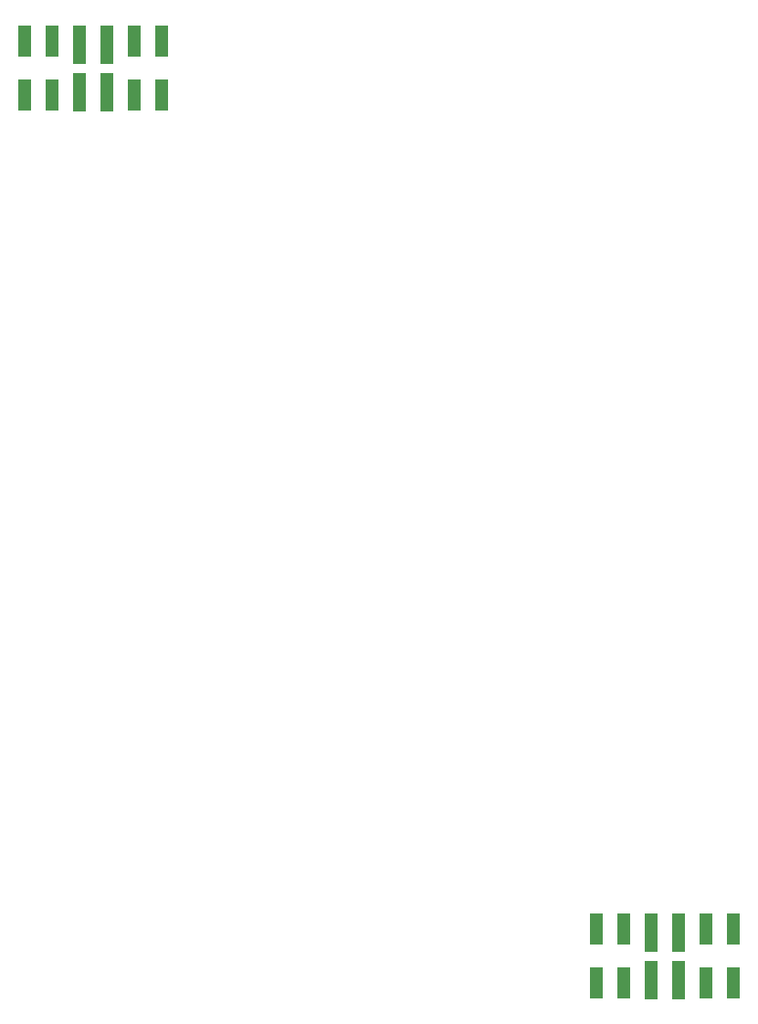
<source format=gbr>
G04 EAGLE Gerber RS-274X export*
G75*
%MOMM*%
%FSLAX34Y34*%
%LPD*%
%INSolderpaste Bottom*%
%IPPOS*%
%AMOC8*
5,1,8,0,0,1.08239X$1,22.5*%
G01*
%ADD10R,1.270000X3.000000*%
%ADD11R,1.270000X3.680000*%


D10*
X546500Y1145000D03*
X571900Y1145000D03*
D11*
X597300Y1142000D03*
X622700Y1142000D03*
D10*
X648100Y1145000D03*
X673500Y1145000D03*
X673500Y1095000D03*
X648100Y1095000D03*
D11*
X622700Y1098000D03*
X597300Y1098000D03*
D10*
X571900Y1095000D03*
X546500Y1095000D03*
X1203500Y272000D03*
X1178100Y272000D03*
D11*
X1152700Y275000D03*
X1127300Y275000D03*
D10*
X1101900Y272000D03*
X1076500Y272000D03*
X1076500Y322000D03*
X1101900Y322000D03*
D11*
X1127300Y319000D03*
X1152700Y319000D03*
D10*
X1178100Y322000D03*
X1203500Y322000D03*
M02*

</source>
